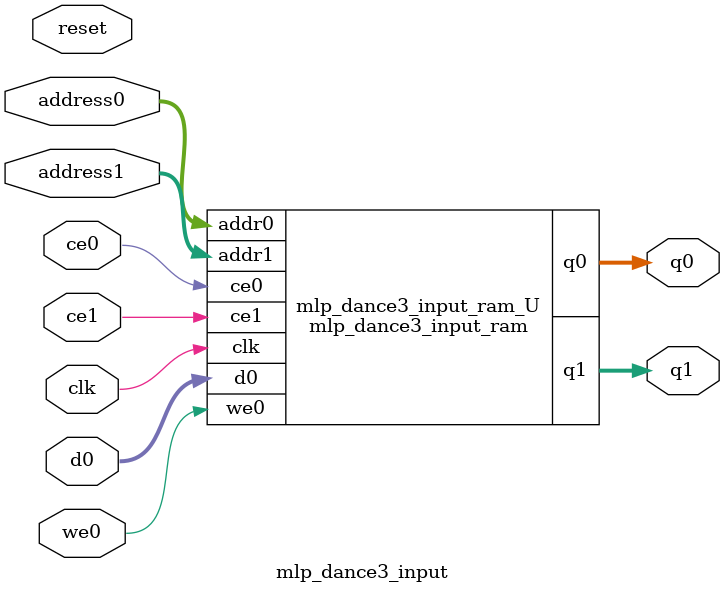
<source format=v>
`timescale 1 ns / 1 ps
module mlp_dance3_input_ram (addr0, ce0, d0, we0, q0, addr1, ce1, q1,  clk);

parameter DWIDTH = 32;
parameter AWIDTH = 7;
parameter MEM_SIZE = 128;

input[AWIDTH-1:0] addr0;
input ce0;
input[DWIDTH-1:0] d0;
input we0;
output reg[DWIDTH-1:0] q0;
input[AWIDTH-1:0] addr1;
input ce1;
output reg[DWIDTH-1:0] q1;
input clk;

(* ram_style = "block" *)reg [DWIDTH-1:0] ram[0:MEM_SIZE-1];




always @(posedge clk)  
begin 
    if (ce0) begin
        if (we0) 
            ram[addr0] <= d0; 
        q0 <= ram[addr0];
    end
end


always @(posedge clk)  
begin 
    if (ce1) begin
        q1 <= ram[addr1];
    end
end


endmodule

`timescale 1 ns / 1 ps
module mlp_dance3_input(
    reset,
    clk,
    address0,
    ce0,
    we0,
    d0,
    q0,
    address1,
    ce1,
    q1);

parameter DataWidth = 32'd32;
parameter AddressRange = 32'd128;
parameter AddressWidth = 32'd7;
input reset;
input clk;
input[AddressWidth - 1:0] address0;
input ce0;
input we0;
input[DataWidth - 1:0] d0;
output[DataWidth - 1:0] q0;
input[AddressWidth - 1:0] address1;
input ce1;
output[DataWidth - 1:0] q1;



mlp_dance3_input_ram mlp_dance3_input_ram_U(
    .clk( clk ),
    .addr0( address0 ),
    .ce0( ce0 ),
    .we0( we0 ),
    .d0( d0 ),
    .q0( q0 ),
    .addr1( address1 ),
    .ce1( ce1 ),
    .q1( q1 ));

endmodule


</source>
